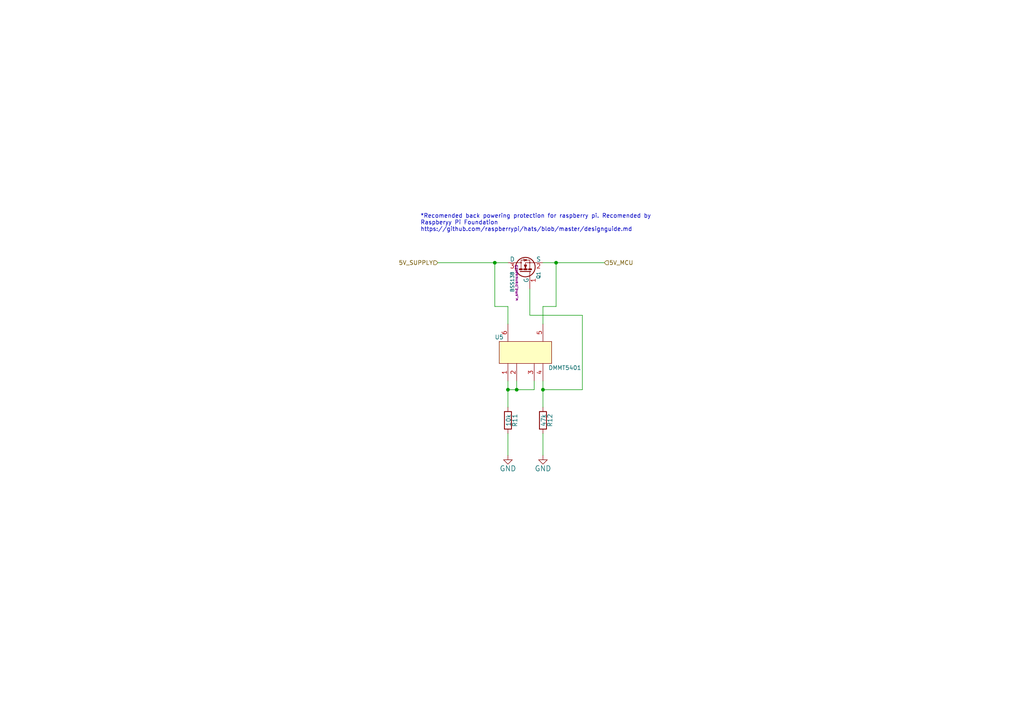
<source format=kicad_sch>
(kicad_sch (version 20211123) (generator eeschema)

  (uuid 1fbb0219-551e-409b-a61b-76e8cebdfb9d)

  (paper "A4")

  (lib_symbols
    (symbol "pihat_template-rescue:BSS138" (pin_names (offset 0)) (in_bom yes) (on_board yes)
      (property "Reference" "Q" (id 0) (at 5.08 1.905 0)
        (effects (font (size 1.27 1.27)) (justify left))
      )
      (property "Value" "BSS138" (id 1) (at 5.08 0 0)
        (effects (font (size 1.27 1.27)) (justify left))
      )
      (property "Footprint" "SOT-23" (id 2) (at 5.08 -1.905 0)
        (effects (font (size 1.27 1.27) italic) (justify left))
      )
      (property "Datasheet" "" (id 3) (at 0 0 0)
        (effects (font (size 1.27 1.27)) (justify left))
      )
      (property "ki_fp_filters" "SOT-23*" (id 4) (at 0 0 0)
        (effects (font (size 1.27 1.27)) hide)
      )
      (symbol "BSS138_0_1"
        (polyline
          (pts
            (xy 0.635 -1.016)
            (xy 0.635 -1.651)
          )
          (stroke (width 0.508) (type default) (color 0 0 0 0))
          (fill (type none))
        )
        (polyline
          (pts
            (xy 0.635 0.381)
            (xy 0.635 -0.381)
          )
          (stroke (width 0.508) (type default) (color 0 0 0 0))
          (fill (type none))
        )
        (polyline
          (pts
            (xy 0.635 1.651)
            (xy 0.635 1.016)
          )
          (stroke (width 0.508) (type default) (color 0 0 0 0))
          (fill (type none))
        )
        (polyline
          (pts
            (xy 3.048 0.381)
            (xy 2.921 0.254)
          )
          (stroke (width 0) (type default) (color 0 0 0 0))
          (fill (type none))
        )
        (polyline
          (pts
            (xy 3.048 0.381)
            (xy 3.556 0.381)
          )
          (stroke (width 0) (type default) (color 0 0 0 0))
          (fill (type none))
        )
        (polyline
          (pts
            (xy 3.556 0.381)
            (xy 3.683 0.508)
          )
          (stroke (width 0) (type default) (color 0 0 0 0))
          (fill (type none))
        )
        (polyline
          (pts
            (xy 0 1.524)
            (xy 0 -1.524)
            (xy 0 -1.524)
          )
          (stroke (width 0.254) (type default) (color 0 0 0 0))
          (fill (type none))
        )
        (polyline
          (pts
            (xy 0.762 -1.27)
            (xy 2.54 -1.27)
            (xy 2.54 -2.54)
            (xy 2.54 -2.54)
          )
          (stroke (width 0) (type default) (color 0 0 0 0))
          (fill (type none))
        )
        (polyline
          (pts
            (xy 0.762 1.27)
            (xy 2.54 1.27)
            (xy 2.54 2.54)
            (xy 2.54 2.54)
          )
          (stroke (width 0) (type default) (color 0 0 0 0))
          (fill (type none))
        )
        (polyline
          (pts
            (xy 2.54 1.27)
            (xy 3.302 1.27)
            (xy 3.302 -1.27)
            (xy 2.54 -1.27)
          )
          (stroke (width 0) (type default) (color 0 0 0 0))
          (fill (type none))
        )
        (polyline
          (pts
            (xy 3.302 0.381)
            (xy 3.048 -0.254)
            (xy 3.556 -0.254)
            (xy 3.302 0.381)
          )
          (stroke (width 0) (type default) (color 0 0 0 0))
          (fill (type outline))
        )
        (polyline
          (pts
            (xy 0.762 0)
            (xy 1.27 0)
            (xy 2.54 0)
            (xy 2.54 -1.27)
            (xy 2.54 -1.27)
          )
          (stroke (width 0) (type default) (color 0 0 0 0))
          (fill (type none))
        )
        (polyline
          (pts
            (xy 0.889 0)
            (xy 1.905 0.381)
            (xy 1.905 -0.381)
            (xy 0.889 0)
            (xy 1.016 0)
            (xy 1.016 0)
          )
          (stroke (width 0) (type default) (color 0 0 0 0))
          (fill (type outline))
        )
        (circle (center 1.27 0) (radius 2.8194)
          (stroke (width 0.254) (type default) (color 0 0 0 0))
          (fill (type none))
        )
        (circle (center 2.54 -1.27) (radius 0.127)
          (stroke (width 0) (type default) (color 0 0 0 0))
          (fill (type none))
        )
        (circle (center 2.54 1.27) (radius 0.127)
          (stroke (width 0) (type default) (color 0 0 0 0))
          (fill (type none))
        )
      )
      (symbol "BSS138_1_1"
        (pin passive line (at -5.08 -1.27 0) (length 5.08)
          (name "G" (effects (font (size 1.27 1.27))))
          (number "1" (effects (font (size 1.27 1.27))))
        )
        (pin passive line (at 2.54 -5.08 90) (length 2.54)
          (name "S" (effects (font (size 1.27 1.27))))
          (number "2" (effects (font (size 1.27 1.27))))
        )
        (pin passive line (at 2.54 5.08 270) (length 2.54)
          (name "D" (effects (font (size 1.27 1.27))))
          (number "3" (effects (font (size 1.27 1.27))))
        )
      )
    )
    (symbol "pihat_template-rescue:DMMT5401" (pin_names (offset 1.016)) (in_bom yes) (on_board yes)
      (property "Reference" "U" (id 0) (at -7.62 3.81 0)
        (effects (font (size 1.1938 1.1938)))
      )
      (property "Value" "DMMT5401" (id 1) (at 11.43 -5.08 0)
        (effects (font (size 1.1938 1.1938)))
      )
      (property "Footprint" "" (id 2) (at -3.81 -7.62 0)
        (effects (font (size 1.1938 1.1938)))
      )
      (property "Datasheet" "" (id 3) (at -3.81 -7.62 0)
        (effects (font (size 1.1938 1.1938)))
      )
      (symbol "DMMT5401_0_1"
        (rectangle (start -7.62 2.54) (end 7.62 -3.81)
          (stroke (width 0) (type default) (color 0 0 0 0))
          (fill (type background))
        )
      )
      (symbol "DMMT5401_1_1"
        (pin input line (at -5.08 -8.89 90) (length 5.0038)
          (name "~" (effects (font (size 1.27 1.27))))
          (number "1" (effects (font (size 1.27 1.27))))
        )
        (pin input line (at -2.54 -8.89 90) (length 5.0038)
          (name "~" (effects (font (size 1.27 1.27))))
          (number "2" (effects (font (size 1.27 1.27))))
        )
        (pin input line (at 2.54 -8.89 90) (length 5.0038)
          (name "~" (effects (font (size 1.27 1.27))))
          (number "3" (effects (font (size 1.27 1.27))))
        )
        (pin input line (at 5.08 -8.89 90) (length 5.0038)
          (name "~" (effects (font (size 1.27 1.27))))
          (number "4" (effects (font (size 1.27 1.27))))
        )
        (pin input line (at 5.08 7.62 270) (length 5.0038)
          (name "~" (effects (font (size 1.27 1.27))))
          (number "5" (effects (font (size 1.27 1.27))))
        )
        (pin input line (at -5.08 7.62 270) (length 5.0038)
          (name "~" (effects (font (size 1.27 1.27))))
          (number "6" (effects (font (size 1.27 1.27))))
        )
      )
    )
    (symbol "pihat_template-rescue:GND" (power) (pin_names (offset 0)) (in_bom yes) (on_board yes)
      (property "Reference" "#PWR" (id 0) (at 0 -6.35 0)
        (effects (font (size 1.27 1.27)) hide)
      )
      (property "Value" "GND" (id 1) (at 0 -3.81 0)
        (effects (font (size 1.27 1.27)))
      )
      (property "Footprint" "" (id 2) (at 0 0 0)
        (effects (font (size 1.27 1.27)))
      )
      (property "Datasheet" "" (id 3) (at 0 0 0)
        (effects (font (size 1.27 1.27)))
      )
      (symbol "GND_0_1"
        (polyline
          (pts
            (xy 0 0)
            (xy 0 -1.27)
            (xy 1.27 -1.27)
            (xy 0 -2.54)
            (xy -1.27 -1.27)
            (xy 0 -1.27)
          )
          (stroke (width 0) (type default) (color 0 0 0 0))
          (fill (type none))
        )
      )
      (symbol "GND_1_1"
        (pin power_in line (at 0 0 270) (length 0) hide
          (name "GND" (effects (font (size 1.27 1.27))))
          (number "1" (effects (font (size 1.27 1.27))))
        )
      )
    )
    (symbol "pihat_template-rescue:R" (pin_numbers hide) (pin_names (offset 0)) (in_bom yes) (on_board yes)
      (property "Reference" "R" (id 0) (at 2.032 0 90)
        (effects (font (size 1.27 1.27)))
      )
      (property "Value" "R" (id 1) (at 0 0 90)
        (effects (font (size 1.27 1.27)))
      )
      (property "Footprint" "" (id 2) (at -1.778 0 90)
        (effects (font (size 1.27 1.27)))
      )
      (property "Datasheet" "" (id 3) (at 0 0 0)
        (effects (font (size 1.27 1.27)))
      )
      (property "ki_fp_filters" "R_* Resistor_*" (id 4) (at 0 0 0)
        (effects (font (size 1.27 1.27)) hide)
      )
      (symbol "R_0_1"
        (rectangle (start -1.016 -2.54) (end 1.016 2.54)
          (stroke (width 0.254) (type default) (color 0 0 0 0))
          (fill (type none))
        )
      )
      (symbol "R_1_1"
        (pin passive line (at 0 3.81 270) (length 1.27)
          (name "~" (effects (font (size 1.27 1.27))))
          (number "1" (effects (font (size 1.27 1.27))))
        )
        (pin passive line (at 0 -3.81 90) (length 1.27)
          (name "~" (effects (font (size 1.27 1.27))))
          (number "2" (effects (font (size 1.27 1.27))))
        )
      )
    )
  )

  (junction (at 149.86 113.03) (diameter 0) (color 0 0 0 0)
    (uuid 57276367-9ce4-4738-88d7-6e8cb94c966c)
  )
  (junction (at 143.51 76.2) (diameter 0) (color 0 0 0 0)
    (uuid 935057d5-6882-4c15-9a35-54677912ba12)
  )
  (junction (at 147.32 113.03) (diameter 0) (color 0 0 0 0)
    (uuid c9b9e62d-dede-4d1a-9a05-275614f8bdb2)
  )
  (junction (at 161.29 76.2) (diameter 0) (color 0 0 0 0)
    (uuid cc48dd41-7768-48d3-b096-2c4cc2126c9d)
  )
  (junction (at 157.48 113.03) (diameter 0) (color 0 0 0 0)
    (uuid f64497d1-1d62-44a4-8e5e-6fba4ebc969a)
  )

  (wire (pts (xy 147.32 113.03) (xy 149.86 113.03))
    (stroke (width 0) (type default) (color 0 0 0 0))
    (uuid 0a1a4d88-972a-46ce-b25e-6cb796bd41f7)
  )
  (wire (pts (xy 149.86 113.03) (xy 154.94 113.03))
    (stroke (width 0) (type default) (color 0 0 0 0))
    (uuid 1354903a-b7d2-4e04-b220-6c6c8f058ef7)
  )
  (wire (pts (xy 157.48 110.49) (xy 157.48 113.03))
    (stroke (width 0) (type default) (color 0 0 0 0))
    (uuid 29bb7297-26fb-4776-9266-2355d022bab0)
  )
  (wire (pts (xy 168.91 91.44) (xy 168.91 113.03))
    (stroke (width 0) (type default) (color 0 0 0 0))
    (uuid 30c33e3e-fb78-498d-bffe-76273d527004)
  )
  (wire (pts (xy 127 76.2) (xy 143.51 76.2))
    (stroke (width 0) (type default) (color 0 0 0 0))
    (uuid 3326423d-8df7-4a7e-a354-349430b8fbd7)
  )
  (wire (pts (xy 149.86 110.49) (xy 149.86 113.03))
    (stroke (width 0) (type default) (color 0 0 0 0))
    (uuid 36d783e7-096f-4c97-9672-7e08c083b87b)
  )
  (wire (pts (xy 147.32 93.98) (xy 147.32 88.9))
    (stroke (width 0) (type default) (color 0 0 0 0))
    (uuid 4d4fecdd-be4a-47e9-9085-2268d5852d8f)
  )
  (wire (pts (xy 157.48 76.2) (xy 161.29 76.2))
    (stroke (width 0) (type default) (color 0 0 0 0))
    (uuid 4ec618ae-096f-4256-9328-005ee04f13d6)
  )
  (wire (pts (xy 153.67 91.44) (xy 168.91 91.44))
    (stroke (width 0) (type default) (color 0 0 0 0))
    (uuid 5b0a5a46-7b51-4262-a80e-d33dd1806615)
  )
  (wire (pts (xy 157.48 88.9) (xy 161.29 88.9))
    (stroke (width 0) (type default) (color 0 0 0 0))
    (uuid 71c6e723-673c-45a9-a0e4-9742220c52a3)
  )
  (wire (pts (xy 147.32 110.49) (xy 147.32 113.03))
    (stroke (width 0) (type default) (color 0 0 0 0))
    (uuid 72b36951-3ec7-4569-9c88-cf9b4afe1cae)
  )
  (wire (pts (xy 161.29 76.2) (xy 175.26 76.2))
    (stroke (width 0) (type default) (color 0 0 0 0))
    (uuid 78d3a4a0-e724-44e1-963f-de88a39d4158)
  )
  (wire (pts (xy 147.32 88.9) (xy 143.51 88.9))
    (stroke (width 0) (type default) (color 0 0 0 0))
    (uuid 8458d41c-5d62-455d-b6e1-9f718c0faac9)
  )
  (wire (pts (xy 143.51 88.9) (xy 143.51 76.2))
    (stroke (width 0) (type default) (color 0 0 0 0))
    (uuid 8de2d84c-ff45-4d4f-bc49-c166f6ae6b91)
  )
  (wire (pts (xy 161.29 88.9) (xy 161.29 76.2))
    (stroke (width 0) (type default) (color 0 0 0 0))
    (uuid b4833916-7a3e-4498-86fb-ec6d13262ffe)
  )
  (wire (pts (xy 143.51 76.2) (xy 147.32 76.2))
    (stroke (width 0) (type default) (color 0 0 0 0))
    (uuid b7013b78-ce5a-47df-9e6f-e993b6073985)
  )
  (wire (pts (xy 154.94 113.03) (xy 154.94 110.49))
    (stroke (width 0) (type default) (color 0 0 0 0))
    (uuid bdf40d30-88ff-4479-bad1-69529464b61b)
  )
  (wire (pts (xy 147.32 113.03) (xy 147.32 118.11))
    (stroke (width 0) (type default) (color 0 0 0 0))
    (uuid c2d24be9-0a91-4ad8-a6f8-4f606bd871ac)
  )
  (wire (pts (xy 168.91 113.03) (xy 157.48 113.03))
    (stroke (width 0) (type default) (color 0 0 0 0))
    (uuid c3b3d7f4-943f-4cff-b180-87ef3e1bcbff)
  )
  (wire (pts (xy 157.48 125.73) (xy 157.48 132.08))
    (stroke (width 0) (type default) (color 0 0 0 0))
    (uuid cb6062da-8dcd-4826-92fd-4071e9e97213)
  )
  (wire (pts (xy 157.48 113.03) (xy 157.48 118.11))
    (stroke (width 0) (type default) (color 0 0 0 0))
    (uuid e0660a46-ff2a-4b28-b311-cf71bc999b82)
  )
  (wire (pts (xy 157.48 93.98) (xy 157.48 88.9))
    (stroke (width 0) (type default) (color 0 0 0 0))
    (uuid e091e263-c616-48ef-a460-465c70218987)
  )
  (wire (pts (xy 153.67 83.82) (xy 153.67 91.44))
    (stroke (width 0) (type default) (color 0 0 0 0))
    (uuid e5217a0c-7f55-4c30-adda-7f8d95709d1b)
  )
  (wire (pts (xy 147.32 125.73) (xy 147.32 132.08))
    (stroke (width 0) (type default) (color 0 0 0 0))
    (uuid eb8d02e9-145c-465d-b6a8-bae84d47a94b)
  )

  (text "*Recomended back powering protection for raspberry pi. Recomended by\nRaspberyy Pi Foundation\nhttps://github.com/raspberrypi/hats/blob/master/designguide.md"
    (at 121.92 67.31 0)
    (effects (font (size 1.1938 1.1938)) (justify left bottom))
    (uuid 42ff012d-5eb7-42b9-bb45-415cf26799c6)
  )

  (hierarchical_label "5V_SUPPLY" (shape input) (at 127 76.2 180)
    (effects (font (size 1.1938 1.1938)) (justify right))
    (uuid 88610282-a92d-4c3d-917a-ea95d59e0759)
  )
  (hierarchical_label "5V_MCU" (shape input) (at 175.26 76.2 0)
    (effects (font (size 1.1938 1.1938)) (justify left))
    (uuid 98914cc3-56fe-40bb-820a-3d157225c145)
  )

  (symbol (lib_id "pihat_template-rescue:BSS138") (at 152.4 78.74 90) (unit 1)
    (in_bom yes) (on_board yes)
    (uuid 00000000-0000-0000-0000-000054f14605)
    (property "Reference" "Q1" (id 0) (at 156.1846 78.74 0)
      (effects (font (size 1.016 1.016)) (justify right))
    )
    (property "Value" "BSS138" (id 1) (at 148.59 78.74 0)
      (effects (font (size 1.016 1.016)) (justify right))
    )
    (property "Footprint" "w_smd_trans:sot23" (id 2) (at 149.8092 82.042 0)
      (effects (font (size 0.7366 0.7366)))
    )
    (property "Datasheet" "" (id 3) (at 152.4 78.74 0)
      (effects (font (size 1.524 1.524)))
    )
    (property "Mouser Part No." "621-DMG2305UX-13" (id 4) (at 152.4 78.74 0)
      (effects (font (size 1.524 1.524)) hide)
    )
    (pin "1" (uuid 100847e3-630c-4c13-ba45-180e92370805))
    (pin "2" (uuid a43f2e19-4e11-4e86-a12a-58a691d6df28))
    (pin "3" (uuid 64269ac3-771b-4c0d-91e0-eafc3dc4a07f))
  )

  (symbol (lib_id "pihat_template-rescue:DMMT5401") (at 152.4 101.6 0) (unit 1)
    (in_bom yes) (on_board yes)
    (uuid 00000000-0000-0000-0000-000054f1cfa3)
    (property "Reference" "U5" (id 0) (at 144.78 97.79 0)
      (effects (font (size 1.1938 1.1938)))
    )
    (property "Value" "DMMT5401" (id 1) (at 163.83 106.68 0)
      (effects (font (size 1.1938 1.1938)))
    )
    (property "Footprint" "w_smd_trans:sot23-6" (id 2) (at 148.59 109.22 0)
      (effects (font (size 1.1938 1.1938)) hide)
    )
    (property "Datasheet" "" (id 3) (at 148.59 109.22 0)
      (effects (font (size 1.1938 1.1938)))
    )
    (property "Mouser Part No." "621-DMMT5401-7-F" (id 4) (at 152.4 101.6 0)
      (effects (font (size 1.524 1.524)) hide)
    )
    (pin "1" (uuid 4198eb99-d244-457e-8768-395280df1a66))
    (pin "2" (uuid 586ec748-563a-478a-82db-706fb951336a))
    (pin "3" (uuid c1c05ce7-1c25-4382-b3b9-d3ec327783d4))
    (pin "4" (uuid 83d85a81-e014-4ee9-9433-a9a045c80893))
    (pin "5" (uuid 53ae21b8-f187-4817-8c27-1f06278d249b))
    (pin "6" (uuid c0c62e93-8e84-4f2b-96ae-e90b55e0550a))
  )

  (symbol (lib_id "pihat_template-rescue:R") (at 157.48 121.92 0) (unit 1)
    (in_bom yes) (on_board yes)
    (uuid 00000000-0000-0000-0000-000054f1d101)
    (property "Reference" "R12" (id 0) (at 159.512 121.92 90))
    (property "Value" "47k" (id 1) (at 157.6578 121.8946 90))
    (property "Footprint" "w_smd_resistors:r_0402" (id 2) (at 155.702 121.92 90)
      (effects (font (size 0.762 0.762)) hide)
    )
    (property "Datasheet" "" (id 3) (at 157.48 121.92 0)
      (effects (font (size 0.762 0.762)))
    )
    (property "Mouser Part No." "667-ERJ-2RKF4702X" (id 4) (at 157.48 121.92 90)
      (effects (font (size 1.524 1.524)) hide)
    )
    (pin "1" (uuid 278deae2-fb37-4957-b2cb-afac30cacb12))
    (pin "2" (uuid bc05cdd5-f72f-4c21-b397-0fa889871114))
  )

  (symbol (lib_id "pihat_template-rescue:R") (at 147.32 121.92 0) (unit 1)
    (in_bom yes) (on_board yes)
    (uuid 00000000-0000-0000-0000-000054f1d193)
    (property "Reference" "R11" (id 0) (at 149.352 121.92 90))
    (property "Value" "10k" (id 1) (at 147.4978 121.8946 90))
    (property "Footprint" "w_smd_resistors:r_0402" (id 2) (at 145.542 121.92 90)
      (effects (font (size 0.762 0.762)) hide)
    )
    (property "Datasheet" "" (id 3) (at 147.32 121.92 0)
      (effects (font (size 0.762 0.762)))
    )
    (property "Mouser Part No." "71-CRCW0402-10K-E3" (id 4) (at 147.32 121.92 90)
      (effects (font (size 1.524 1.524)) hide)
    )
    (pin "1" (uuid 27e3c71f-5a63-4710-8adf-b600b805ce02))
    (pin "2" (uuid f8e92727-5789-4ef6-9dc3-be888ad72e45))
  )

  (symbol (lib_id "pihat_template-rescue:GND") (at 157.48 132.08 0) (unit 1)
    (in_bom yes) (on_board yes)
    (uuid 00000000-0000-0000-0000-000054f1d1b9)
    (property "Reference" "#PWR021" (id 0) (at 157.48 138.43 0)
      (effects (font (size 1.524 1.524)) hide)
    )
    (property "Value" "GND" (id 1) (at 157.48 135.89 0)
      (effects (font (size 1.524 1.524)))
    )
    (property "Footprint" "" (id 2) (at 157.48 132.08 0)
      (effects (font (size 1.524 1.524)))
    )
    (property "Datasheet" "" (id 3) (at 157.48 132.08 0)
      (effects (font (size 1.524 1.524)))
    )
    (pin "1" (uuid 4b534cd1-c414-4029-9164-e46766faf60e))
  )

  (symbol (lib_id "pihat_template-rescue:GND") (at 147.32 132.08 0) (unit 1)
    (in_bom yes) (on_board yes)
    (uuid 00000000-0000-0000-0000-000054f1d1d3)
    (property "Reference" "#PWR022" (id 0) (at 147.32 138.43 0)
      (effects (font (size 1.524 1.524)) hide)
    )
    (property "Value" "GND" (id 1) (at 147.32 135.89 0)
      (effects (font (size 1.524 1.524)))
    )
    (property "Footprint" "" (id 2) (at 147.32 132.08 0)
      (effects (font (size 1.524 1.524)))
    )
    (property "Datasheet" "" (id 3) (at 147.32 132.08 0)
      (effects (font (size 1.524 1.524)))
    )
    (pin "1" (uuid 47957453-fce7-4d98-833c-e34bb8a852a5))
  )
)

</source>
